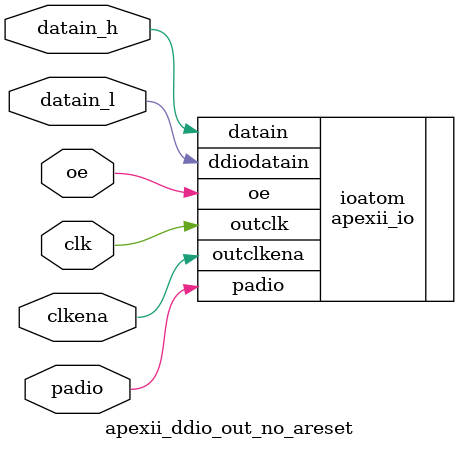
<source format=v>
module apexii_ddio_out_no_areset(padio, clk, clkena, oe, datain_h, datain_l);
	input 	clk;
	input	clkena;
	input 	datain_h;
	input 	datain_l;
	input	oe;
	inout 	padio;
 	
 
	parameter areset_mode = "none";
	parameter power_up_mode = "low";
	
	parameter operation_mode = "output";
	parameter ddio_mode = "output";

	parameter output_register_mode = "register";
	parameter output_reset = areset_mode;
	parameter output_power_up = power_up_mode;

	parameter oe_register_mode = "register";
	parameter oe_reset = "clear";
	parameter oe_power_up = "low";
	
	parameter extend_oe_disable = "false";
	
	apexii_io ioatom (
				.outclk(clk),
				.outclkena(clkena),
				.datain(datain_h),
				.ddiodatain(datain_l),
				.oe(oe),
				.padio(padio)
	);
	defparam 
			ioatom.operation_mode 		= operation_mode,
			ioatom.ddio_mode 			= ddio_mode,
	    	ioatom.oe_register_mode 	= oe_register_mode,
	    	ioatom.oe_reset 			= oe_reset,
	    	ioatom.oe_power_up 			= oe_power_up,
	    	ioatom.output_register_mode	= output_register_mode,
	    	ioatom.output_reset 		= output_reset,
	    	ioatom.output_power_up 		= output_power_up,
			ioatom.extend_oe_disable	= extend_oe_disable;
	
endmodule // apexii_ddio_out_no_reset


</source>
